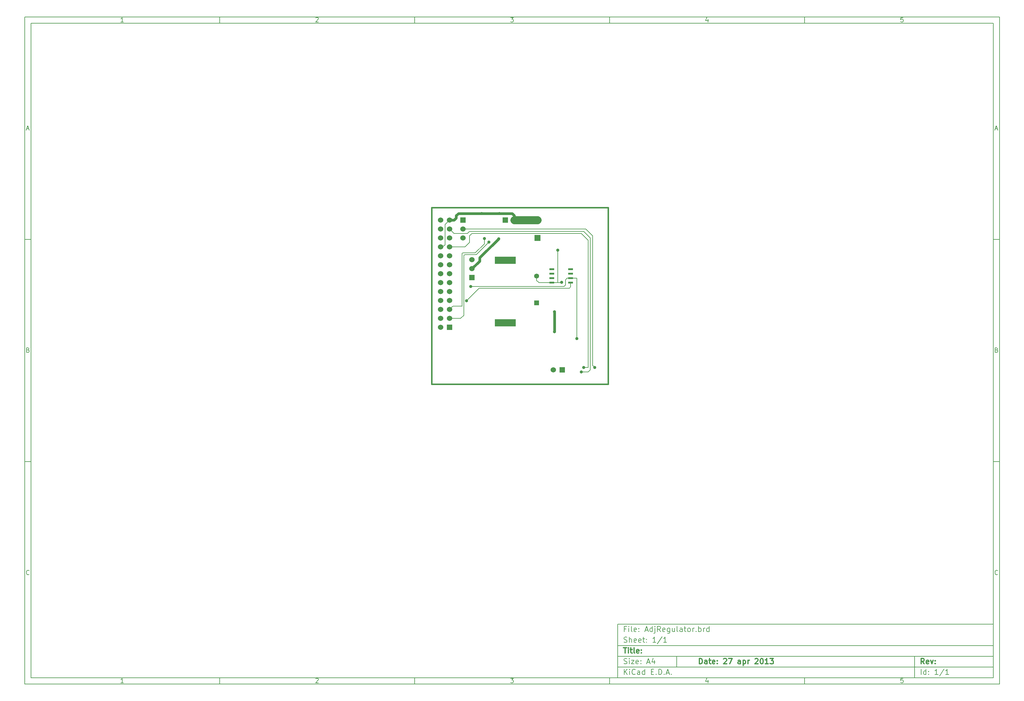
<source format=gbl>
G04 (created by PCBNEW-RS274X (2012-apr-16-27)-stable) date Sat 27 Apr 2013 17:01:59 BST*
G01*
G70*
G90*
%MOIN*%
G04 Gerber Fmt 3.4, Leading zero omitted, Abs format*
%FSLAX34Y34*%
G04 APERTURE LIST*
%ADD10C,0.006000*%
%ADD11C,0.012000*%
%ADD12C,0.015000*%
%ADD13R,0.236200X0.078700*%
%ADD14R,0.060000X0.060000*%
%ADD15C,0.060000*%
%ADD16R,0.070000X0.070000*%
%ADD17C,0.070000*%
%ADD18R,0.055000X0.055000*%
%ADD19C,0.055000*%
%ADD20R,0.055100X0.023600*%
%ADD21C,0.035000*%
%ADD22C,0.008000*%
%ADD23C,0.090600*%
%ADD24C,0.029500*%
G04 APERTURE END LIST*
G54D10*
X04000Y-04000D02*
X113000Y-04000D01*
X113000Y-78670D01*
X04000Y-78670D01*
X04000Y-04000D01*
X04700Y-04700D02*
X112300Y-04700D01*
X112300Y-77970D01*
X04700Y-77970D01*
X04700Y-04700D01*
X25800Y-04000D02*
X25800Y-04700D01*
X15043Y-04552D02*
X14757Y-04552D01*
X14900Y-04552D02*
X14900Y-04052D01*
X14852Y-04124D01*
X14805Y-04171D01*
X14757Y-04195D01*
X25800Y-78670D02*
X25800Y-77970D01*
X15043Y-78522D02*
X14757Y-78522D01*
X14900Y-78522D02*
X14900Y-78022D01*
X14852Y-78094D01*
X14805Y-78141D01*
X14757Y-78165D01*
X47600Y-04000D02*
X47600Y-04700D01*
X36557Y-04100D02*
X36581Y-04076D01*
X36629Y-04052D01*
X36748Y-04052D01*
X36795Y-04076D01*
X36819Y-04100D01*
X36843Y-04148D01*
X36843Y-04195D01*
X36819Y-04267D01*
X36533Y-04552D01*
X36843Y-04552D01*
X47600Y-78670D02*
X47600Y-77970D01*
X36557Y-78070D02*
X36581Y-78046D01*
X36629Y-78022D01*
X36748Y-78022D01*
X36795Y-78046D01*
X36819Y-78070D01*
X36843Y-78118D01*
X36843Y-78165D01*
X36819Y-78237D01*
X36533Y-78522D01*
X36843Y-78522D01*
X69400Y-04000D02*
X69400Y-04700D01*
X58333Y-04052D02*
X58643Y-04052D01*
X58476Y-04243D01*
X58548Y-04243D01*
X58595Y-04267D01*
X58619Y-04290D01*
X58643Y-04338D01*
X58643Y-04457D01*
X58619Y-04505D01*
X58595Y-04529D01*
X58548Y-04552D01*
X58405Y-04552D01*
X58357Y-04529D01*
X58333Y-04505D01*
X69400Y-78670D02*
X69400Y-77970D01*
X58333Y-78022D02*
X58643Y-78022D01*
X58476Y-78213D01*
X58548Y-78213D01*
X58595Y-78237D01*
X58619Y-78260D01*
X58643Y-78308D01*
X58643Y-78427D01*
X58619Y-78475D01*
X58595Y-78499D01*
X58548Y-78522D01*
X58405Y-78522D01*
X58357Y-78499D01*
X58333Y-78475D01*
X91200Y-04000D02*
X91200Y-04700D01*
X80395Y-04219D02*
X80395Y-04552D01*
X80276Y-04029D02*
X80157Y-04386D01*
X80467Y-04386D01*
X91200Y-78670D02*
X91200Y-77970D01*
X80395Y-78189D02*
X80395Y-78522D01*
X80276Y-77999D02*
X80157Y-78356D01*
X80467Y-78356D01*
X102219Y-04052D02*
X101981Y-04052D01*
X101957Y-04290D01*
X101981Y-04267D01*
X102029Y-04243D01*
X102148Y-04243D01*
X102195Y-04267D01*
X102219Y-04290D01*
X102243Y-04338D01*
X102243Y-04457D01*
X102219Y-04505D01*
X102195Y-04529D01*
X102148Y-04552D01*
X102029Y-04552D01*
X101981Y-04529D01*
X101957Y-04505D01*
X102219Y-78022D02*
X101981Y-78022D01*
X101957Y-78260D01*
X101981Y-78237D01*
X102029Y-78213D01*
X102148Y-78213D01*
X102195Y-78237D01*
X102219Y-78260D01*
X102243Y-78308D01*
X102243Y-78427D01*
X102219Y-78475D01*
X102195Y-78499D01*
X102148Y-78522D01*
X102029Y-78522D01*
X101981Y-78499D01*
X101957Y-78475D01*
X04000Y-28890D02*
X04700Y-28890D01*
X04231Y-16510D02*
X04469Y-16510D01*
X04184Y-16652D02*
X04350Y-16152D01*
X04517Y-16652D01*
X113000Y-28890D02*
X112300Y-28890D01*
X112531Y-16510D02*
X112769Y-16510D01*
X112484Y-16652D02*
X112650Y-16152D01*
X112817Y-16652D01*
X04000Y-53780D02*
X04700Y-53780D01*
X04386Y-41280D02*
X04457Y-41304D01*
X04481Y-41328D01*
X04505Y-41376D01*
X04505Y-41447D01*
X04481Y-41495D01*
X04457Y-41519D01*
X04410Y-41542D01*
X04219Y-41542D01*
X04219Y-41042D01*
X04386Y-41042D01*
X04433Y-41066D01*
X04457Y-41090D01*
X04481Y-41138D01*
X04481Y-41185D01*
X04457Y-41233D01*
X04433Y-41257D01*
X04386Y-41280D01*
X04219Y-41280D01*
X113000Y-53780D02*
X112300Y-53780D01*
X112686Y-41280D02*
X112757Y-41304D01*
X112781Y-41328D01*
X112805Y-41376D01*
X112805Y-41447D01*
X112781Y-41495D01*
X112757Y-41519D01*
X112710Y-41542D01*
X112519Y-41542D01*
X112519Y-41042D01*
X112686Y-41042D01*
X112733Y-41066D01*
X112757Y-41090D01*
X112781Y-41138D01*
X112781Y-41185D01*
X112757Y-41233D01*
X112733Y-41257D01*
X112686Y-41280D01*
X112519Y-41280D01*
X04505Y-66385D02*
X04481Y-66409D01*
X04410Y-66432D01*
X04362Y-66432D01*
X04290Y-66409D01*
X04243Y-66361D01*
X04219Y-66313D01*
X04195Y-66218D01*
X04195Y-66147D01*
X04219Y-66051D01*
X04243Y-66004D01*
X04290Y-65956D01*
X04362Y-65932D01*
X04410Y-65932D01*
X04481Y-65956D01*
X04505Y-65980D01*
X112805Y-66385D02*
X112781Y-66409D01*
X112710Y-66432D01*
X112662Y-66432D01*
X112590Y-66409D01*
X112543Y-66361D01*
X112519Y-66313D01*
X112495Y-66218D01*
X112495Y-66147D01*
X112519Y-66051D01*
X112543Y-66004D01*
X112590Y-65956D01*
X112662Y-65932D01*
X112710Y-65932D01*
X112781Y-65956D01*
X112805Y-65980D01*
G54D11*
X79443Y-76413D02*
X79443Y-75813D01*
X79586Y-75813D01*
X79671Y-75841D01*
X79729Y-75899D01*
X79757Y-75956D01*
X79786Y-76070D01*
X79786Y-76156D01*
X79757Y-76270D01*
X79729Y-76327D01*
X79671Y-76384D01*
X79586Y-76413D01*
X79443Y-76413D01*
X80300Y-76413D02*
X80300Y-76099D01*
X80271Y-76041D01*
X80214Y-76013D01*
X80100Y-76013D01*
X80043Y-76041D01*
X80300Y-76384D02*
X80243Y-76413D01*
X80100Y-76413D01*
X80043Y-76384D01*
X80014Y-76327D01*
X80014Y-76270D01*
X80043Y-76213D01*
X80100Y-76184D01*
X80243Y-76184D01*
X80300Y-76156D01*
X80500Y-76013D02*
X80729Y-76013D01*
X80586Y-75813D02*
X80586Y-76327D01*
X80614Y-76384D01*
X80672Y-76413D01*
X80729Y-76413D01*
X81157Y-76384D02*
X81100Y-76413D01*
X80986Y-76413D01*
X80929Y-76384D01*
X80900Y-76327D01*
X80900Y-76099D01*
X80929Y-76041D01*
X80986Y-76013D01*
X81100Y-76013D01*
X81157Y-76041D01*
X81186Y-76099D01*
X81186Y-76156D01*
X80900Y-76213D01*
X81443Y-76356D02*
X81471Y-76384D01*
X81443Y-76413D01*
X81414Y-76384D01*
X81443Y-76356D01*
X81443Y-76413D01*
X81443Y-76041D02*
X81471Y-76070D01*
X81443Y-76099D01*
X81414Y-76070D01*
X81443Y-76041D01*
X81443Y-76099D01*
X82157Y-75870D02*
X82186Y-75841D01*
X82243Y-75813D01*
X82386Y-75813D01*
X82443Y-75841D01*
X82472Y-75870D01*
X82500Y-75927D01*
X82500Y-75984D01*
X82472Y-76070D01*
X82129Y-76413D01*
X82500Y-76413D01*
X82700Y-75813D02*
X83100Y-75813D01*
X82843Y-76413D01*
X84042Y-76413D02*
X84042Y-76099D01*
X84013Y-76041D01*
X83956Y-76013D01*
X83842Y-76013D01*
X83785Y-76041D01*
X84042Y-76384D02*
X83985Y-76413D01*
X83842Y-76413D01*
X83785Y-76384D01*
X83756Y-76327D01*
X83756Y-76270D01*
X83785Y-76213D01*
X83842Y-76184D01*
X83985Y-76184D01*
X84042Y-76156D01*
X84328Y-76013D02*
X84328Y-76613D01*
X84328Y-76041D02*
X84385Y-76013D01*
X84499Y-76013D01*
X84556Y-76041D01*
X84585Y-76070D01*
X84614Y-76127D01*
X84614Y-76299D01*
X84585Y-76356D01*
X84556Y-76384D01*
X84499Y-76413D01*
X84385Y-76413D01*
X84328Y-76384D01*
X84871Y-76413D02*
X84871Y-76013D01*
X84871Y-76127D02*
X84899Y-76070D01*
X84928Y-76041D01*
X84985Y-76013D01*
X85042Y-76013D01*
X85670Y-75870D02*
X85699Y-75841D01*
X85756Y-75813D01*
X85899Y-75813D01*
X85956Y-75841D01*
X85985Y-75870D01*
X86013Y-75927D01*
X86013Y-75984D01*
X85985Y-76070D01*
X85642Y-76413D01*
X86013Y-76413D01*
X86384Y-75813D02*
X86441Y-75813D01*
X86498Y-75841D01*
X86527Y-75870D01*
X86556Y-75927D01*
X86584Y-76041D01*
X86584Y-76184D01*
X86556Y-76299D01*
X86527Y-76356D01*
X86498Y-76384D01*
X86441Y-76413D01*
X86384Y-76413D01*
X86327Y-76384D01*
X86298Y-76356D01*
X86270Y-76299D01*
X86241Y-76184D01*
X86241Y-76041D01*
X86270Y-75927D01*
X86298Y-75870D01*
X86327Y-75841D01*
X86384Y-75813D01*
X87155Y-76413D02*
X86812Y-76413D01*
X86984Y-76413D02*
X86984Y-75813D01*
X86927Y-75899D01*
X86869Y-75956D01*
X86812Y-75984D01*
X87355Y-75813D02*
X87726Y-75813D01*
X87526Y-76041D01*
X87612Y-76041D01*
X87669Y-76070D01*
X87698Y-76099D01*
X87726Y-76156D01*
X87726Y-76299D01*
X87698Y-76356D01*
X87669Y-76384D01*
X87612Y-76413D01*
X87440Y-76413D01*
X87383Y-76384D01*
X87355Y-76356D01*
G54D10*
X71043Y-77613D02*
X71043Y-77013D01*
X71386Y-77613D02*
X71129Y-77270D01*
X71386Y-77013D02*
X71043Y-77356D01*
X71643Y-77613D02*
X71643Y-77213D01*
X71643Y-77013D02*
X71614Y-77041D01*
X71643Y-77070D01*
X71671Y-77041D01*
X71643Y-77013D01*
X71643Y-77070D01*
X72272Y-77556D02*
X72243Y-77584D01*
X72157Y-77613D01*
X72100Y-77613D01*
X72015Y-77584D01*
X71957Y-77527D01*
X71929Y-77470D01*
X71900Y-77356D01*
X71900Y-77270D01*
X71929Y-77156D01*
X71957Y-77099D01*
X72015Y-77041D01*
X72100Y-77013D01*
X72157Y-77013D01*
X72243Y-77041D01*
X72272Y-77070D01*
X72786Y-77613D02*
X72786Y-77299D01*
X72757Y-77241D01*
X72700Y-77213D01*
X72586Y-77213D01*
X72529Y-77241D01*
X72786Y-77584D02*
X72729Y-77613D01*
X72586Y-77613D01*
X72529Y-77584D01*
X72500Y-77527D01*
X72500Y-77470D01*
X72529Y-77413D01*
X72586Y-77384D01*
X72729Y-77384D01*
X72786Y-77356D01*
X73329Y-77613D02*
X73329Y-77013D01*
X73329Y-77584D02*
X73272Y-77613D01*
X73158Y-77613D01*
X73100Y-77584D01*
X73072Y-77556D01*
X73043Y-77499D01*
X73043Y-77327D01*
X73072Y-77270D01*
X73100Y-77241D01*
X73158Y-77213D01*
X73272Y-77213D01*
X73329Y-77241D01*
X74072Y-77299D02*
X74272Y-77299D01*
X74358Y-77613D02*
X74072Y-77613D01*
X74072Y-77013D01*
X74358Y-77013D01*
X74615Y-77556D02*
X74643Y-77584D01*
X74615Y-77613D01*
X74586Y-77584D01*
X74615Y-77556D01*
X74615Y-77613D01*
X74901Y-77613D02*
X74901Y-77013D01*
X75044Y-77013D01*
X75129Y-77041D01*
X75187Y-77099D01*
X75215Y-77156D01*
X75244Y-77270D01*
X75244Y-77356D01*
X75215Y-77470D01*
X75187Y-77527D01*
X75129Y-77584D01*
X75044Y-77613D01*
X74901Y-77613D01*
X75501Y-77556D02*
X75529Y-77584D01*
X75501Y-77613D01*
X75472Y-77584D01*
X75501Y-77556D01*
X75501Y-77613D01*
X75758Y-77441D02*
X76044Y-77441D01*
X75701Y-77613D02*
X75901Y-77013D01*
X76101Y-77613D01*
X76301Y-77556D02*
X76329Y-77584D01*
X76301Y-77613D01*
X76272Y-77584D01*
X76301Y-77556D01*
X76301Y-77613D01*
G54D11*
X104586Y-76413D02*
X104386Y-76127D01*
X104243Y-76413D02*
X104243Y-75813D01*
X104471Y-75813D01*
X104529Y-75841D01*
X104557Y-75870D01*
X104586Y-75927D01*
X104586Y-76013D01*
X104557Y-76070D01*
X104529Y-76099D01*
X104471Y-76127D01*
X104243Y-76127D01*
X105071Y-76384D02*
X105014Y-76413D01*
X104900Y-76413D01*
X104843Y-76384D01*
X104814Y-76327D01*
X104814Y-76099D01*
X104843Y-76041D01*
X104900Y-76013D01*
X105014Y-76013D01*
X105071Y-76041D01*
X105100Y-76099D01*
X105100Y-76156D01*
X104814Y-76213D01*
X105300Y-76013D02*
X105443Y-76413D01*
X105585Y-76013D01*
X105814Y-76356D02*
X105842Y-76384D01*
X105814Y-76413D01*
X105785Y-76384D01*
X105814Y-76356D01*
X105814Y-76413D01*
X105814Y-76041D02*
X105842Y-76070D01*
X105814Y-76099D01*
X105785Y-76070D01*
X105814Y-76041D01*
X105814Y-76099D01*
G54D10*
X71014Y-76384D02*
X71100Y-76413D01*
X71243Y-76413D01*
X71300Y-76384D01*
X71329Y-76356D01*
X71357Y-76299D01*
X71357Y-76241D01*
X71329Y-76184D01*
X71300Y-76156D01*
X71243Y-76127D01*
X71129Y-76099D01*
X71071Y-76070D01*
X71043Y-76041D01*
X71014Y-75984D01*
X71014Y-75927D01*
X71043Y-75870D01*
X71071Y-75841D01*
X71129Y-75813D01*
X71271Y-75813D01*
X71357Y-75841D01*
X71614Y-76413D02*
X71614Y-76013D01*
X71614Y-75813D02*
X71585Y-75841D01*
X71614Y-75870D01*
X71642Y-75841D01*
X71614Y-75813D01*
X71614Y-75870D01*
X71843Y-76013D02*
X72157Y-76013D01*
X71843Y-76413D01*
X72157Y-76413D01*
X72614Y-76384D02*
X72557Y-76413D01*
X72443Y-76413D01*
X72386Y-76384D01*
X72357Y-76327D01*
X72357Y-76099D01*
X72386Y-76041D01*
X72443Y-76013D01*
X72557Y-76013D01*
X72614Y-76041D01*
X72643Y-76099D01*
X72643Y-76156D01*
X72357Y-76213D01*
X72900Y-76356D02*
X72928Y-76384D01*
X72900Y-76413D01*
X72871Y-76384D01*
X72900Y-76356D01*
X72900Y-76413D01*
X72900Y-76041D02*
X72928Y-76070D01*
X72900Y-76099D01*
X72871Y-76070D01*
X72900Y-76041D01*
X72900Y-76099D01*
X73614Y-76241D02*
X73900Y-76241D01*
X73557Y-76413D02*
X73757Y-75813D01*
X73957Y-76413D01*
X74414Y-76013D02*
X74414Y-76413D01*
X74271Y-75784D02*
X74128Y-76213D01*
X74500Y-76213D01*
X104243Y-77613D02*
X104243Y-77013D01*
X104786Y-77613D02*
X104786Y-77013D01*
X104786Y-77584D02*
X104729Y-77613D01*
X104615Y-77613D01*
X104557Y-77584D01*
X104529Y-77556D01*
X104500Y-77499D01*
X104500Y-77327D01*
X104529Y-77270D01*
X104557Y-77241D01*
X104615Y-77213D01*
X104729Y-77213D01*
X104786Y-77241D01*
X105072Y-77556D02*
X105100Y-77584D01*
X105072Y-77613D01*
X105043Y-77584D01*
X105072Y-77556D01*
X105072Y-77613D01*
X105072Y-77241D02*
X105100Y-77270D01*
X105072Y-77299D01*
X105043Y-77270D01*
X105072Y-77241D01*
X105072Y-77299D01*
X106129Y-77613D02*
X105786Y-77613D01*
X105958Y-77613D02*
X105958Y-77013D01*
X105901Y-77099D01*
X105843Y-77156D01*
X105786Y-77184D01*
X106814Y-76984D02*
X106300Y-77756D01*
X107329Y-77613D02*
X106986Y-77613D01*
X107158Y-77613D02*
X107158Y-77013D01*
X107101Y-77099D01*
X107043Y-77156D01*
X106986Y-77184D01*
G54D11*
X70957Y-74613D02*
X71300Y-74613D01*
X71129Y-75213D02*
X71129Y-74613D01*
X71500Y-75213D02*
X71500Y-74813D01*
X71500Y-74613D02*
X71471Y-74641D01*
X71500Y-74670D01*
X71528Y-74641D01*
X71500Y-74613D01*
X71500Y-74670D01*
X71700Y-74813D02*
X71929Y-74813D01*
X71786Y-74613D02*
X71786Y-75127D01*
X71814Y-75184D01*
X71872Y-75213D01*
X71929Y-75213D01*
X72215Y-75213D02*
X72157Y-75184D01*
X72129Y-75127D01*
X72129Y-74613D01*
X72671Y-75184D02*
X72614Y-75213D01*
X72500Y-75213D01*
X72443Y-75184D01*
X72414Y-75127D01*
X72414Y-74899D01*
X72443Y-74841D01*
X72500Y-74813D01*
X72614Y-74813D01*
X72671Y-74841D01*
X72700Y-74899D01*
X72700Y-74956D01*
X72414Y-75013D01*
X72957Y-75156D02*
X72985Y-75184D01*
X72957Y-75213D01*
X72928Y-75184D01*
X72957Y-75156D01*
X72957Y-75213D01*
X72957Y-74841D02*
X72985Y-74870D01*
X72957Y-74899D01*
X72928Y-74870D01*
X72957Y-74841D01*
X72957Y-74899D01*
G54D10*
X71243Y-72499D02*
X71043Y-72499D01*
X71043Y-72813D02*
X71043Y-72213D01*
X71329Y-72213D01*
X71557Y-72813D02*
X71557Y-72413D01*
X71557Y-72213D02*
X71528Y-72241D01*
X71557Y-72270D01*
X71585Y-72241D01*
X71557Y-72213D01*
X71557Y-72270D01*
X71929Y-72813D02*
X71871Y-72784D01*
X71843Y-72727D01*
X71843Y-72213D01*
X72385Y-72784D02*
X72328Y-72813D01*
X72214Y-72813D01*
X72157Y-72784D01*
X72128Y-72727D01*
X72128Y-72499D01*
X72157Y-72441D01*
X72214Y-72413D01*
X72328Y-72413D01*
X72385Y-72441D01*
X72414Y-72499D01*
X72414Y-72556D01*
X72128Y-72613D01*
X72671Y-72756D02*
X72699Y-72784D01*
X72671Y-72813D01*
X72642Y-72784D01*
X72671Y-72756D01*
X72671Y-72813D01*
X72671Y-72441D02*
X72699Y-72470D01*
X72671Y-72499D01*
X72642Y-72470D01*
X72671Y-72441D01*
X72671Y-72499D01*
X73385Y-72641D02*
X73671Y-72641D01*
X73328Y-72813D02*
X73528Y-72213D01*
X73728Y-72813D01*
X74185Y-72813D02*
X74185Y-72213D01*
X74185Y-72784D02*
X74128Y-72813D01*
X74014Y-72813D01*
X73956Y-72784D01*
X73928Y-72756D01*
X73899Y-72699D01*
X73899Y-72527D01*
X73928Y-72470D01*
X73956Y-72441D01*
X74014Y-72413D01*
X74128Y-72413D01*
X74185Y-72441D01*
X74471Y-72413D02*
X74471Y-72927D01*
X74442Y-72984D01*
X74385Y-73013D01*
X74357Y-73013D01*
X74471Y-72213D02*
X74442Y-72241D01*
X74471Y-72270D01*
X74499Y-72241D01*
X74471Y-72213D01*
X74471Y-72270D01*
X75100Y-72813D02*
X74900Y-72527D01*
X74757Y-72813D02*
X74757Y-72213D01*
X74985Y-72213D01*
X75043Y-72241D01*
X75071Y-72270D01*
X75100Y-72327D01*
X75100Y-72413D01*
X75071Y-72470D01*
X75043Y-72499D01*
X74985Y-72527D01*
X74757Y-72527D01*
X75585Y-72784D02*
X75528Y-72813D01*
X75414Y-72813D01*
X75357Y-72784D01*
X75328Y-72727D01*
X75328Y-72499D01*
X75357Y-72441D01*
X75414Y-72413D01*
X75528Y-72413D01*
X75585Y-72441D01*
X75614Y-72499D01*
X75614Y-72556D01*
X75328Y-72613D01*
X76128Y-72413D02*
X76128Y-72899D01*
X76099Y-72956D01*
X76071Y-72984D01*
X76014Y-73013D01*
X75928Y-73013D01*
X75871Y-72984D01*
X76128Y-72784D02*
X76071Y-72813D01*
X75957Y-72813D01*
X75899Y-72784D01*
X75871Y-72756D01*
X75842Y-72699D01*
X75842Y-72527D01*
X75871Y-72470D01*
X75899Y-72441D01*
X75957Y-72413D01*
X76071Y-72413D01*
X76128Y-72441D01*
X76671Y-72413D02*
X76671Y-72813D01*
X76414Y-72413D02*
X76414Y-72727D01*
X76442Y-72784D01*
X76500Y-72813D01*
X76585Y-72813D01*
X76642Y-72784D01*
X76671Y-72756D01*
X77043Y-72813D02*
X76985Y-72784D01*
X76957Y-72727D01*
X76957Y-72213D01*
X77528Y-72813D02*
X77528Y-72499D01*
X77499Y-72441D01*
X77442Y-72413D01*
X77328Y-72413D01*
X77271Y-72441D01*
X77528Y-72784D02*
X77471Y-72813D01*
X77328Y-72813D01*
X77271Y-72784D01*
X77242Y-72727D01*
X77242Y-72670D01*
X77271Y-72613D01*
X77328Y-72584D01*
X77471Y-72584D01*
X77528Y-72556D01*
X77728Y-72413D02*
X77957Y-72413D01*
X77814Y-72213D02*
X77814Y-72727D01*
X77842Y-72784D01*
X77900Y-72813D01*
X77957Y-72813D01*
X78243Y-72813D02*
X78185Y-72784D01*
X78157Y-72756D01*
X78128Y-72699D01*
X78128Y-72527D01*
X78157Y-72470D01*
X78185Y-72441D01*
X78243Y-72413D01*
X78328Y-72413D01*
X78385Y-72441D01*
X78414Y-72470D01*
X78443Y-72527D01*
X78443Y-72699D01*
X78414Y-72756D01*
X78385Y-72784D01*
X78328Y-72813D01*
X78243Y-72813D01*
X78700Y-72813D02*
X78700Y-72413D01*
X78700Y-72527D02*
X78728Y-72470D01*
X78757Y-72441D01*
X78814Y-72413D01*
X78871Y-72413D01*
X79071Y-72756D02*
X79099Y-72784D01*
X79071Y-72813D01*
X79042Y-72784D01*
X79071Y-72756D01*
X79071Y-72813D01*
X79357Y-72813D02*
X79357Y-72213D01*
X79357Y-72441D02*
X79414Y-72413D01*
X79528Y-72413D01*
X79585Y-72441D01*
X79614Y-72470D01*
X79643Y-72527D01*
X79643Y-72699D01*
X79614Y-72756D01*
X79585Y-72784D01*
X79528Y-72813D01*
X79414Y-72813D01*
X79357Y-72784D01*
X79900Y-72813D02*
X79900Y-72413D01*
X79900Y-72527D02*
X79928Y-72470D01*
X79957Y-72441D01*
X80014Y-72413D01*
X80071Y-72413D01*
X80528Y-72813D02*
X80528Y-72213D01*
X80528Y-72784D02*
X80471Y-72813D01*
X80357Y-72813D01*
X80299Y-72784D01*
X80271Y-72756D01*
X80242Y-72699D01*
X80242Y-72527D01*
X80271Y-72470D01*
X80299Y-72441D01*
X80357Y-72413D01*
X80471Y-72413D01*
X80528Y-72441D01*
X71014Y-73984D02*
X71100Y-74013D01*
X71243Y-74013D01*
X71300Y-73984D01*
X71329Y-73956D01*
X71357Y-73899D01*
X71357Y-73841D01*
X71329Y-73784D01*
X71300Y-73756D01*
X71243Y-73727D01*
X71129Y-73699D01*
X71071Y-73670D01*
X71043Y-73641D01*
X71014Y-73584D01*
X71014Y-73527D01*
X71043Y-73470D01*
X71071Y-73441D01*
X71129Y-73413D01*
X71271Y-73413D01*
X71357Y-73441D01*
X71614Y-74013D02*
X71614Y-73413D01*
X71871Y-74013D02*
X71871Y-73699D01*
X71842Y-73641D01*
X71785Y-73613D01*
X71700Y-73613D01*
X71642Y-73641D01*
X71614Y-73670D01*
X72385Y-73984D02*
X72328Y-74013D01*
X72214Y-74013D01*
X72157Y-73984D01*
X72128Y-73927D01*
X72128Y-73699D01*
X72157Y-73641D01*
X72214Y-73613D01*
X72328Y-73613D01*
X72385Y-73641D01*
X72414Y-73699D01*
X72414Y-73756D01*
X72128Y-73813D01*
X72899Y-73984D02*
X72842Y-74013D01*
X72728Y-74013D01*
X72671Y-73984D01*
X72642Y-73927D01*
X72642Y-73699D01*
X72671Y-73641D01*
X72728Y-73613D01*
X72842Y-73613D01*
X72899Y-73641D01*
X72928Y-73699D01*
X72928Y-73756D01*
X72642Y-73813D01*
X73099Y-73613D02*
X73328Y-73613D01*
X73185Y-73413D02*
X73185Y-73927D01*
X73213Y-73984D01*
X73271Y-74013D01*
X73328Y-74013D01*
X73528Y-73956D02*
X73556Y-73984D01*
X73528Y-74013D01*
X73499Y-73984D01*
X73528Y-73956D01*
X73528Y-74013D01*
X73528Y-73641D02*
X73556Y-73670D01*
X73528Y-73699D01*
X73499Y-73670D01*
X73528Y-73641D01*
X73528Y-73699D01*
X74585Y-74013D02*
X74242Y-74013D01*
X74414Y-74013D02*
X74414Y-73413D01*
X74357Y-73499D01*
X74299Y-73556D01*
X74242Y-73584D01*
X75270Y-73384D02*
X74756Y-74156D01*
X75785Y-74013D02*
X75442Y-74013D01*
X75614Y-74013D02*
X75614Y-73413D01*
X75557Y-73499D01*
X75499Y-73556D01*
X75442Y-73584D01*
X70300Y-71970D02*
X70300Y-77970D01*
X70300Y-71970D02*
X112300Y-71970D01*
X70300Y-71970D02*
X112300Y-71970D01*
X70300Y-74370D02*
X112300Y-74370D01*
X103500Y-75570D02*
X103500Y-77970D01*
X70300Y-76770D02*
X112300Y-76770D01*
X70300Y-75570D02*
X112300Y-75570D01*
X76900Y-75570D02*
X76900Y-76770D01*
G54D12*
X49500Y-25350D02*
X69250Y-25350D01*
X69250Y-45100D02*
X69250Y-25350D01*
X49500Y-45100D02*
X49500Y-25415D01*
X49500Y-45100D02*
X69185Y-45100D01*
G54D13*
X57750Y-38250D03*
X57750Y-31250D03*
G54D14*
X51500Y-38750D03*
G54D15*
X50500Y-38750D03*
X51500Y-37750D03*
X50500Y-37750D03*
X51500Y-36750D03*
X50500Y-36750D03*
X51500Y-35750D03*
X50500Y-35750D03*
X51500Y-34750D03*
X50500Y-34750D03*
X51500Y-33750D03*
X50500Y-33750D03*
X51500Y-32750D03*
X50500Y-32750D03*
X51500Y-31750D03*
X50500Y-31750D03*
X51500Y-30750D03*
X50500Y-30750D03*
X51500Y-29750D03*
X50500Y-29750D03*
X51500Y-28750D03*
X50500Y-28750D03*
X51500Y-27750D03*
X50500Y-27750D03*
X51500Y-26750D03*
X50500Y-26750D03*
G54D16*
X61350Y-28750D03*
G54D17*
X61350Y-26750D03*
G54D18*
X61250Y-36000D03*
G54D19*
X61250Y-33000D03*
G54D20*
X62950Y-32250D03*
X65050Y-32250D03*
X62950Y-32750D03*
X62950Y-33250D03*
X62950Y-33750D03*
X65050Y-32750D03*
X65050Y-33250D03*
X65050Y-33750D03*
G54D14*
X57750Y-26750D03*
G54D15*
X58750Y-26750D03*
G54D14*
X64100Y-43500D03*
G54D15*
X63100Y-43500D03*
G54D14*
X54020Y-33180D03*
G54D15*
X54020Y-32180D03*
X54020Y-31180D03*
G54D14*
X53000Y-26750D03*
G54D15*
X53000Y-27750D03*
X53000Y-28750D03*
G54D21*
X55100Y-26000D03*
X57090Y-26000D03*
X64035Y-33700D03*
X63600Y-30090D03*
X53420Y-35760D03*
X53860Y-34160D03*
X65750Y-40000D03*
X66500Y-43250D03*
X63250Y-39250D03*
X63250Y-37000D03*
X55400Y-28800D03*
X55900Y-29200D03*
X66250Y-43750D03*
X67750Y-43250D03*
X57000Y-28830D03*
G54D22*
X61250Y-33000D02*
X61250Y-33500D01*
X61250Y-33500D02*
X61500Y-33750D01*
X61500Y-33750D02*
X62950Y-33750D01*
G54D23*
X58750Y-26750D02*
X61350Y-26750D01*
G54D24*
X55500Y-26000D02*
X57090Y-26000D01*
X57090Y-26000D02*
X57100Y-26000D01*
G54D22*
X51500Y-26750D02*
X51000Y-27250D01*
G54D24*
X53500Y-26000D02*
X55100Y-26000D01*
X58500Y-26000D02*
X58750Y-26250D01*
G54D22*
X51000Y-29500D02*
X50750Y-29750D01*
X51000Y-27250D02*
X51000Y-29500D01*
X62950Y-33750D02*
X63985Y-33750D01*
G54D24*
X52000Y-26750D02*
X52250Y-26500D01*
X52250Y-26500D02*
X52250Y-26250D01*
X51500Y-26750D02*
X52000Y-26750D01*
X52250Y-26250D02*
X52500Y-26000D01*
X57100Y-26000D02*
X58500Y-26000D01*
G54D22*
X63985Y-33750D02*
X64035Y-33700D01*
X50750Y-29750D02*
X50500Y-29750D01*
X63600Y-30090D02*
X63600Y-33750D01*
G54D24*
X58750Y-26250D02*
X58750Y-26750D01*
G54D22*
X63600Y-33750D02*
X62950Y-33750D01*
G54D24*
X55100Y-26000D02*
X55500Y-26000D01*
X52500Y-26000D02*
X53500Y-26000D01*
G54D22*
X53420Y-35760D02*
X54820Y-34360D01*
X64900Y-34360D02*
X65050Y-34210D01*
X65050Y-34210D02*
X65050Y-33750D01*
X54820Y-34360D02*
X64900Y-34360D01*
X64650Y-33250D02*
X64480Y-33420D01*
X64480Y-34000D02*
X64320Y-34160D01*
X65050Y-33250D02*
X64650Y-33250D01*
X64480Y-33420D02*
X64480Y-34000D01*
X64320Y-34160D02*
X53860Y-34160D01*
X65050Y-33250D02*
X65750Y-33250D01*
X65750Y-33250D02*
X65750Y-40000D01*
X53750Y-28500D02*
X54000Y-28250D01*
X67000Y-43250D02*
X66500Y-43250D01*
X53750Y-29250D02*
X53750Y-28500D01*
X67000Y-29000D02*
X67000Y-43250D01*
X51500Y-29750D02*
X53250Y-29750D01*
X54000Y-28250D02*
X66250Y-28250D01*
X53250Y-29750D02*
X53750Y-29250D01*
X66250Y-28250D02*
X67000Y-29000D01*
G54D24*
X63250Y-39250D02*
X63250Y-37000D01*
G54D22*
X52918Y-30482D02*
X52918Y-36375D01*
X53000Y-30418D02*
X54382Y-30418D01*
X53000Y-30418D02*
X53000Y-30418D01*
X53000Y-30418D02*
X52982Y-30418D01*
X52918Y-36375D02*
X51875Y-36375D01*
X52982Y-30418D02*
X52918Y-30482D01*
X51875Y-36375D02*
X51500Y-36750D01*
X55400Y-28800D02*
X55400Y-29400D01*
X55400Y-29400D02*
X54382Y-30418D01*
X55900Y-29200D02*
X54500Y-30600D01*
X53100Y-36585D02*
X53100Y-37400D01*
X53100Y-37400D02*
X52750Y-37750D01*
X53200Y-30600D02*
X53100Y-30700D01*
X53100Y-30700D02*
X53100Y-36585D01*
X54500Y-30600D02*
X53200Y-30600D01*
X52750Y-37750D02*
X51500Y-37750D01*
X67250Y-43500D02*
X67000Y-43750D01*
X53500Y-28250D02*
X53750Y-28000D01*
X52000Y-28250D02*
X53500Y-28250D01*
X53750Y-28000D02*
X66500Y-28000D01*
X67000Y-43750D02*
X66250Y-43750D01*
X51500Y-27750D02*
X52000Y-28250D01*
X67250Y-43250D02*
X67250Y-43500D01*
X67250Y-28750D02*
X67250Y-43250D01*
X66500Y-28000D02*
X67250Y-28750D01*
X67500Y-43000D02*
X67750Y-43250D01*
X67500Y-28500D02*
X67500Y-43000D01*
X66750Y-27750D02*
X67500Y-28500D01*
X53000Y-27750D02*
X66750Y-27750D01*
G54D24*
X57000Y-28830D02*
X54880Y-30950D01*
X54880Y-30950D02*
X54880Y-31320D01*
X54880Y-31320D02*
X54020Y-32180D01*
M02*

</source>
